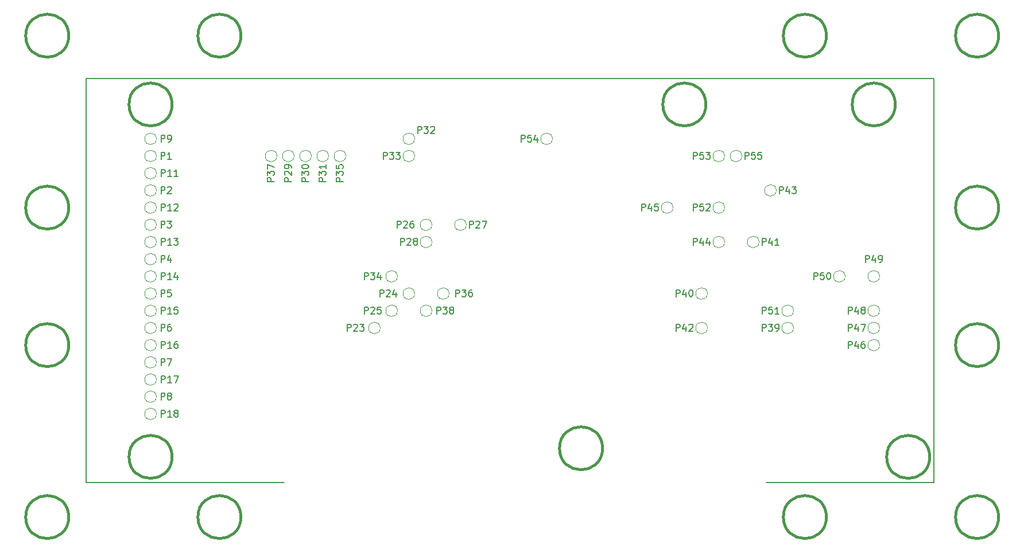
<source format=gto>
G04 #@! TF.FileFunction,Legend,Top*
%FSLAX46Y46*%
G04 Gerber Fmt 4.6, Leading zero omitted, Abs format (unit mm)*
G04 Created by KiCad (PCBNEW 4.0.2+e4-6225~38~ubuntu14.04.1-stable) date Sat Jul 23 15:42:03 2016*
%MOMM*%
G01*
G04 APERTURE LIST*
%ADD10C,0.150000*%
%ADD11C,0.381000*%
%ADD12C,0.076200*%
%ADD13C,3.797300*%
%ADD14C,1.524000*%
G04 APERTURE END LIST*
D10*
X184150000Y-88900000D02*
X159385000Y-88900000D01*
X59055000Y-88900000D02*
X88265000Y-88900000D01*
X59055000Y-88900000D02*
X59055000Y-29210000D01*
X184150000Y-29210000D02*
X184150000Y-88900000D01*
X59055000Y-29210000D02*
X184150000Y-29210000D01*
D11*
X193675000Y-22860000D02*
G75*
G03X193675000Y-22860000I-3175000J0D01*
G01*
X168275000Y-22860000D02*
G75*
G03X168275000Y-22860000I-3175000J0D01*
G01*
X81915000Y-22860000D02*
G75*
G03X81915000Y-22860000I-3175000J0D01*
G01*
X56515000Y-22860000D02*
G75*
G03X56515000Y-22860000I-3175000J0D01*
G01*
X56515000Y-93980000D02*
G75*
G03X56515000Y-93980000I-3175000J0D01*
G01*
X81915000Y-93980000D02*
G75*
G03X81915000Y-93980000I-3175000J0D01*
G01*
X193675000Y-93980000D02*
G75*
G03X193675000Y-93980000I-3175000J0D01*
G01*
X168275000Y-93980000D02*
G75*
G03X168275000Y-93980000I-3175000J0D01*
G01*
X56515000Y-68580000D02*
G75*
G03X56515000Y-68580000I-3175000J0D01*
G01*
X56515000Y-48260000D02*
G75*
G03X56515000Y-48260000I-3175000J0D01*
G01*
X193675000Y-48260000D02*
G75*
G03X193675000Y-48260000I-3175000J0D01*
G01*
X193675000Y-68580000D02*
G75*
G03X193675000Y-68580000I-3175000J0D01*
G01*
X183515000Y-85090000D02*
G75*
G03X183515000Y-85090000I-3175000J0D01*
G01*
X135255000Y-83820000D02*
G75*
G03X135255000Y-83820000I-3175000J0D01*
G01*
X178435000Y-33020000D02*
G75*
G03X178435000Y-33020000I-3175000J0D01*
G01*
X150495000Y-33020000D02*
G75*
G03X150495000Y-33020000I-3175000J0D01*
G01*
X71755000Y-33020000D02*
G75*
G03X71755000Y-33020000I-3175000J0D01*
G01*
X71755000Y-85090000D02*
G75*
G03X71755000Y-85090000I-3175000J0D01*
G01*
D12*
X69443600Y-38100000D02*
G75*
G03X69443600Y-38100000I-863600J0D01*
G01*
X69443600Y-78740000D02*
G75*
G03X69443600Y-78740000I-863600J0D01*
G01*
X69443600Y-73660000D02*
G75*
G03X69443600Y-73660000I-863600J0D01*
G01*
X69443600Y-68580000D02*
G75*
G03X69443600Y-68580000I-863600J0D01*
G01*
X69443600Y-40640000D02*
G75*
G03X69443600Y-40640000I-863600J0D01*
G01*
X69443600Y-45720000D02*
G75*
G03X69443600Y-45720000I-863600J0D01*
G01*
X69443600Y-50800000D02*
G75*
G03X69443600Y-50800000I-863600J0D01*
G01*
X69443600Y-55880000D02*
G75*
G03X69443600Y-55880000I-863600J0D01*
G01*
X69443600Y-60960000D02*
G75*
G03X69443600Y-60960000I-863600J0D01*
G01*
X69443600Y-66040000D02*
G75*
G03X69443600Y-66040000I-863600J0D01*
G01*
X69443600Y-58420000D02*
G75*
G03X69443600Y-58420000I-863600J0D01*
G01*
X69443600Y-53340000D02*
G75*
G03X69443600Y-53340000I-863600J0D01*
G01*
X69443600Y-48260000D02*
G75*
G03X69443600Y-48260000I-863600J0D01*
G01*
X69443600Y-43180000D02*
G75*
G03X69443600Y-43180000I-863600J0D01*
G01*
X69443600Y-63500000D02*
G75*
G03X69443600Y-63500000I-863600J0D01*
G01*
X69443600Y-76200000D02*
G75*
G03X69443600Y-76200000I-863600J0D01*
G01*
X69443600Y-71120000D02*
G75*
G03X69443600Y-71120000I-863600J0D01*
G01*
X87223600Y-40640000D02*
G75*
G03X87223600Y-40640000I-863600J0D01*
G01*
X97383600Y-40640000D02*
G75*
G03X97383600Y-40640000I-863600J0D01*
G01*
X105003600Y-58420000D02*
G75*
G03X105003600Y-58420000I-863600J0D01*
G01*
X107543600Y-40640000D02*
G75*
G03X107543600Y-40640000I-863600J0D01*
G01*
X107543600Y-38100000D02*
G75*
G03X107543600Y-38100000I-863600J0D01*
G01*
X94843600Y-40640000D02*
G75*
G03X94843600Y-40640000I-863600J0D01*
G01*
X92303600Y-40640000D02*
G75*
G03X92303600Y-40640000I-863600J0D01*
G01*
X110083600Y-53340000D02*
G75*
G03X110083600Y-53340000I-863600J0D01*
G01*
X115163600Y-50800000D02*
G75*
G03X115163600Y-50800000I-863600J0D01*
G01*
X110083600Y-50800000D02*
G75*
G03X110083600Y-50800000I-863600J0D01*
G01*
X105003600Y-63500000D02*
G75*
G03X105003600Y-63500000I-863600J0D01*
G01*
X107543600Y-60960000D02*
G75*
G03X107543600Y-60960000I-863600J0D01*
G01*
X102463600Y-66040000D02*
G75*
G03X102463600Y-66040000I-863600J0D01*
G01*
X145643600Y-48260000D02*
G75*
G03X145643600Y-48260000I-863600J0D01*
G01*
X153263600Y-53340000D02*
G75*
G03X153263600Y-53340000I-863600J0D01*
G01*
X160883600Y-45720000D02*
G75*
G03X160883600Y-45720000I-863600J0D01*
G01*
X150723600Y-66040000D02*
G75*
G03X150723600Y-66040000I-863600J0D01*
G01*
X158343600Y-53340000D02*
G75*
G03X158343600Y-53340000I-863600J0D01*
G01*
X150723600Y-60960000D02*
G75*
G03X150723600Y-60960000I-863600J0D01*
G01*
X163423600Y-66040000D02*
G75*
G03X163423600Y-66040000I-863600J0D01*
G01*
X112623600Y-60960000D02*
G75*
G03X112623600Y-60960000I-863600J0D01*
G01*
X155803600Y-40640000D02*
G75*
G03X155803600Y-40640000I-863600J0D01*
G01*
X127863600Y-38100000D02*
G75*
G03X127863600Y-38100000I-863600J0D01*
G01*
X153263600Y-40640000D02*
G75*
G03X153263600Y-40640000I-863600J0D01*
G01*
X153263600Y-48260000D02*
G75*
G03X153263600Y-48260000I-863600J0D01*
G01*
X163423600Y-63500000D02*
G75*
G03X163423600Y-63500000I-863600J0D01*
G01*
X89763600Y-40640000D02*
G75*
G03X89763600Y-40640000I-863600J0D01*
G01*
X176123600Y-58420000D02*
G75*
G03X176123600Y-58420000I-863600J0D01*
G01*
X176123600Y-63500000D02*
G75*
G03X176123600Y-63500000I-863600J0D01*
G01*
X176123600Y-66040000D02*
G75*
G03X176123600Y-66040000I-863600J0D01*
G01*
X176123600Y-68580000D02*
G75*
G03X176123600Y-68580000I-863600J0D01*
G01*
X110083600Y-63500000D02*
G75*
G03X110083600Y-63500000I-863600J0D01*
G01*
X171043600Y-58420000D02*
G75*
G03X171043600Y-58420000I-863600J0D01*
G01*
D10*
X70127905Y-38552381D02*
X70127905Y-37552381D01*
X70508858Y-37552381D01*
X70604096Y-37600000D01*
X70651715Y-37647619D01*
X70699334Y-37742857D01*
X70699334Y-37885714D01*
X70651715Y-37980952D01*
X70604096Y-38028571D01*
X70508858Y-38076190D01*
X70127905Y-38076190D01*
X71175524Y-38552381D02*
X71366000Y-38552381D01*
X71461239Y-38504762D01*
X71508858Y-38457143D01*
X71604096Y-38314286D01*
X71651715Y-38123810D01*
X71651715Y-37742857D01*
X71604096Y-37647619D01*
X71556477Y-37600000D01*
X71461239Y-37552381D01*
X71270762Y-37552381D01*
X71175524Y-37600000D01*
X71127905Y-37647619D01*
X71080286Y-37742857D01*
X71080286Y-37980952D01*
X71127905Y-38076190D01*
X71175524Y-38123810D01*
X71270762Y-38171429D01*
X71461239Y-38171429D01*
X71556477Y-38123810D01*
X71604096Y-38076190D01*
X71651715Y-37980952D01*
X70159714Y-79192381D02*
X70159714Y-78192381D01*
X70540667Y-78192381D01*
X70635905Y-78240000D01*
X70683524Y-78287619D01*
X70731143Y-78382857D01*
X70731143Y-78525714D01*
X70683524Y-78620952D01*
X70635905Y-78668571D01*
X70540667Y-78716190D01*
X70159714Y-78716190D01*
X71683524Y-79192381D02*
X71112095Y-79192381D01*
X71397809Y-79192381D02*
X71397809Y-78192381D01*
X71302571Y-78335238D01*
X71207333Y-78430476D01*
X71112095Y-78478095D01*
X72254952Y-78620952D02*
X72159714Y-78573333D01*
X72112095Y-78525714D01*
X72064476Y-78430476D01*
X72064476Y-78382857D01*
X72112095Y-78287619D01*
X72159714Y-78240000D01*
X72254952Y-78192381D01*
X72445429Y-78192381D01*
X72540667Y-78240000D01*
X72588286Y-78287619D01*
X72635905Y-78382857D01*
X72635905Y-78430476D01*
X72588286Y-78525714D01*
X72540667Y-78573333D01*
X72445429Y-78620952D01*
X72254952Y-78620952D01*
X72159714Y-78668571D01*
X72112095Y-78716190D01*
X72064476Y-78811429D01*
X72064476Y-79001905D01*
X72112095Y-79097143D01*
X72159714Y-79144762D01*
X72254952Y-79192381D01*
X72445429Y-79192381D01*
X72540667Y-79144762D01*
X72588286Y-79097143D01*
X72635905Y-79001905D01*
X72635905Y-78811429D01*
X72588286Y-78716190D01*
X72540667Y-78668571D01*
X72445429Y-78620952D01*
X70159714Y-74112381D02*
X70159714Y-73112381D01*
X70540667Y-73112381D01*
X70635905Y-73160000D01*
X70683524Y-73207619D01*
X70731143Y-73302857D01*
X70731143Y-73445714D01*
X70683524Y-73540952D01*
X70635905Y-73588571D01*
X70540667Y-73636190D01*
X70159714Y-73636190D01*
X71683524Y-74112381D02*
X71112095Y-74112381D01*
X71397809Y-74112381D02*
X71397809Y-73112381D01*
X71302571Y-73255238D01*
X71207333Y-73350476D01*
X71112095Y-73398095D01*
X72016857Y-73112381D02*
X72683524Y-73112381D01*
X72254952Y-74112381D01*
X70159714Y-69032381D02*
X70159714Y-68032381D01*
X70540667Y-68032381D01*
X70635905Y-68080000D01*
X70683524Y-68127619D01*
X70731143Y-68222857D01*
X70731143Y-68365714D01*
X70683524Y-68460952D01*
X70635905Y-68508571D01*
X70540667Y-68556190D01*
X70159714Y-68556190D01*
X71683524Y-69032381D02*
X71112095Y-69032381D01*
X71397809Y-69032381D02*
X71397809Y-68032381D01*
X71302571Y-68175238D01*
X71207333Y-68270476D01*
X71112095Y-68318095D01*
X72540667Y-68032381D02*
X72350190Y-68032381D01*
X72254952Y-68080000D01*
X72207333Y-68127619D01*
X72112095Y-68270476D01*
X72064476Y-68460952D01*
X72064476Y-68841905D01*
X72112095Y-68937143D01*
X72159714Y-68984762D01*
X72254952Y-69032381D01*
X72445429Y-69032381D01*
X72540667Y-68984762D01*
X72588286Y-68937143D01*
X72635905Y-68841905D01*
X72635905Y-68603810D01*
X72588286Y-68508571D01*
X72540667Y-68460952D01*
X72445429Y-68413333D01*
X72254952Y-68413333D01*
X72159714Y-68460952D01*
X72112095Y-68508571D01*
X72064476Y-68603810D01*
X70127905Y-41092381D02*
X70127905Y-40092381D01*
X70508858Y-40092381D01*
X70604096Y-40140000D01*
X70651715Y-40187619D01*
X70699334Y-40282857D01*
X70699334Y-40425714D01*
X70651715Y-40520952D01*
X70604096Y-40568571D01*
X70508858Y-40616190D01*
X70127905Y-40616190D01*
X71651715Y-41092381D02*
X71080286Y-41092381D01*
X71366000Y-41092381D02*
X71366000Y-40092381D01*
X71270762Y-40235238D01*
X71175524Y-40330476D01*
X71080286Y-40378095D01*
X70127905Y-46172381D02*
X70127905Y-45172381D01*
X70508858Y-45172381D01*
X70604096Y-45220000D01*
X70651715Y-45267619D01*
X70699334Y-45362857D01*
X70699334Y-45505714D01*
X70651715Y-45600952D01*
X70604096Y-45648571D01*
X70508858Y-45696190D01*
X70127905Y-45696190D01*
X71080286Y-45267619D02*
X71127905Y-45220000D01*
X71223143Y-45172381D01*
X71461239Y-45172381D01*
X71556477Y-45220000D01*
X71604096Y-45267619D01*
X71651715Y-45362857D01*
X71651715Y-45458095D01*
X71604096Y-45600952D01*
X71032667Y-46172381D01*
X71651715Y-46172381D01*
X70127905Y-51252381D02*
X70127905Y-50252381D01*
X70508858Y-50252381D01*
X70604096Y-50300000D01*
X70651715Y-50347619D01*
X70699334Y-50442857D01*
X70699334Y-50585714D01*
X70651715Y-50680952D01*
X70604096Y-50728571D01*
X70508858Y-50776190D01*
X70127905Y-50776190D01*
X71032667Y-50252381D02*
X71651715Y-50252381D01*
X71318381Y-50633333D01*
X71461239Y-50633333D01*
X71556477Y-50680952D01*
X71604096Y-50728571D01*
X71651715Y-50823810D01*
X71651715Y-51061905D01*
X71604096Y-51157143D01*
X71556477Y-51204762D01*
X71461239Y-51252381D01*
X71175524Y-51252381D01*
X71080286Y-51204762D01*
X71032667Y-51157143D01*
X70127905Y-56332381D02*
X70127905Y-55332381D01*
X70508858Y-55332381D01*
X70604096Y-55380000D01*
X70651715Y-55427619D01*
X70699334Y-55522857D01*
X70699334Y-55665714D01*
X70651715Y-55760952D01*
X70604096Y-55808571D01*
X70508858Y-55856190D01*
X70127905Y-55856190D01*
X71556477Y-55665714D02*
X71556477Y-56332381D01*
X71318381Y-55284762D02*
X71080286Y-55999048D01*
X71699334Y-55999048D01*
X70127905Y-61412381D02*
X70127905Y-60412381D01*
X70508858Y-60412381D01*
X70604096Y-60460000D01*
X70651715Y-60507619D01*
X70699334Y-60602857D01*
X70699334Y-60745714D01*
X70651715Y-60840952D01*
X70604096Y-60888571D01*
X70508858Y-60936190D01*
X70127905Y-60936190D01*
X71604096Y-60412381D02*
X71127905Y-60412381D01*
X71080286Y-60888571D01*
X71127905Y-60840952D01*
X71223143Y-60793333D01*
X71461239Y-60793333D01*
X71556477Y-60840952D01*
X71604096Y-60888571D01*
X71651715Y-60983810D01*
X71651715Y-61221905D01*
X71604096Y-61317143D01*
X71556477Y-61364762D01*
X71461239Y-61412381D01*
X71223143Y-61412381D01*
X71127905Y-61364762D01*
X71080286Y-61317143D01*
X70127905Y-66492381D02*
X70127905Y-65492381D01*
X70508858Y-65492381D01*
X70604096Y-65540000D01*
X70651715Y-65587619D01*
X70699334Y-65682857D01*
X70699334Y-65825714D01*
X70651715Y-65920952D01*
X70604096Y-65968571D01*
X70508858Y-66016190D01*
X70127905Y-66016190D01*
X71556477Y-65492381D02*
X71366000Y-65492381D01*
X71270762Y-65540000D01*
X71223143Y-65587619D01*
X71127905Y-65730476D01*
X71080286Y-65920952D01*
X71080286Y-66301905D01*
X71127905Y-66397143D01*
X71175524Y-66444762D01*
X71270762Y-66492381D01*
X71461239Y-66492381D01*
X71556477Y-66444762D01*
X71604096Y-66397143D01*
X71651715Y-66301905D01*
X71651715Y-66063810D01*
X71604096Y-65968571D01*
X71556477Y-65920952D01*
X71461239Y-65873333D01*
X71270762Y-65873333D01*
X71175524Y-65920952D01*
X71127905Y-65968571D01*
X71080286Y-66063810D01*
X70159714Y-58872381D02*
X70159714Y-57872381D01*
X70540667Y-57872381D01*
X70635905Y-57920000D01*
X70683524Y-57967619D01*
X70731143Y-58062857D01*
X70731143Y-58205714D01*
X70683524Y-58300952D01*
X70635905Y-58348571D01*
X70540667Y-58396190D01*
X70159714Y-58396190D01*
X71683524Y-58872381D02*
X71112095Y-58872381D01*
X71397809Y-58872381D02*
X71397809Y-57872381D01*
X71302571Y-58015238D01*
X71207333Y-58110476D01*
X71112095Y-58158095D01*
X72540667Y-58205714D02*
X72540667Y-58872381D01*
X72302571Y-57824762D02*
X72064476Y-58539048D01*
X72683524Y-58539048D01*
X70159714Y-53792381D02*
X70159714Y-52792381D01*
X70540667Y-52792381D01*
X70635905Y-52840000D01*
X70683524Y-52887619D01*
X70731143Y-52982857D01*
X70731143Y-53125714D01*
X70683524Y-53220952D01*
X70635905Y-53268571D01*
X70540667Y-53316190D01*
X70159714Y-53316190D01*
X71683524Y-53792381D02*
X71112095Y-53792381D01*
X71397809Y-53792381D02*
X71397809Y-52792381D01*
X71302571Y-52935238D01*
X71207333Y-53030476D01*
X71112095Y-53078095D01*
X72016857Y-52792381D02*
X72635905Y-52792381D01*
X72302571Y-53173333D01*
X72445429Y-53173333D01*
X72540667Y-53220952D01*
X72588286Y-53268571D01*
X72635905Y-53363810D01*
X72635905Y-53601905D01*
X72588286Y-53697143D01*
X72540667Y-53744762D01*
X72445429Y-53792381D01*
X72159714Y-53792381D01*
X72064476Y-53744762D01*
X72016857Y-53697143D01*
X70159714Y-48712381D02*
X70159714Y-47712381D01*
X70540667Y-47712381D01*
X70635905Y-47760000D01*
X70683524Y-47807619D01*
X70731143Y-47902857D01*
X70731143Y-48045714D01*
X70683524Y-48140952D01*
X70635905Y-48188571D01*
X70540667Y-48236190D01*
X70159714Y-48236190D01*
X71683524Y-48712381D02*
X71112095Y-48712381D01*
X71397809Y-48712381D02*
X71397809Y-47712381D01*
X71302571Y-47855238D01*
X71207333Y-47950476D01*
X71112095Y-47998095D01*
X72064476Y-47807619D02*
X72112095Y-47760000D01*
X72207333Y-47712381D01*
X72445429Y-47712381D01*
X72540667Y-47760000D01*
X72588286Y-47807619D01*
X72635905Y-47902857D01*
X72635905Y-47998095D01*
X72588286Y-48140952D01*
X72016857Y-48712381D01*
X72635905Y-48712381D01*
X70159714Y-43632381D02*
X70159714Y-42632381D01*
X70540667Y-42632381D01*
X70635905Y-42680000D01*
X70683524Y-42727619D01*
X70731143Y-42822857D01*
X70731143Y-42965714D01*
X70683524Y-43060952D01*
X70635905Y-43108571D01*
X70540667Y-43156190D01*
X70159714Y-43156190D01*
X71683524Y-43632381D02*
X71112095Y-43632381D01*
X71397809Y-43632381D02*
X71397809Y-42632381D01*
X71302571Y-42775238D01*
X71207333Y-42870476D01*
X71112095Y-42918095D01*
X72635905Y-43632381D02*
X72064476Y-43632381D01*
X72350190Y-43632381D02*
X72350190Y-42632381D01*
X72254952Y-42775238D01*
X72159714Y-42870476D01*
X72064476Y-42918095D01*
X70159714Y-63952381D02*
X70159714Y-62952381D01*
X70540667Y-62952381D01*
X70635905Y-63000000D01*
X70683524Y-63047619D01*
X70731143Y-63142857D01*
X70731143Y-63285714D01*
X70683524Y-63380952D01*
X70635905Y-63428571D01*
X70540667Y-63476190D01*
X70159714Y-63476190D01*
X71683524Y-63952381D02*
X71112095Y-63952381D01*
X71397809Y-63952381D02*
X71397809Y-62952381D01*
X71302571Y-63095238D01*
X71207333Y-63190476D01*
X71112095Y-63238095D01*
X72588286Y-62952381D02*
X72112095Y-62952381D01*
X72064476Y-63428571D01*
X72112095Y-63380952D01*
X72207333Y-63333333D01*
X72445429Y-63333333D01*
X72540667Y-63380952D01*
X72588286Y-63428571D01*
X72635905Y-63523810D01*
X72635905Y-63761905D01*
X72588286Y-63857143D01*
X72540667Y-63904762D01*
X72445429Y-63952381D01*
X72207333Y-63952381D01*
X72112095Y-63904762D01*
X72064476Y-63857143D01*
X70127905Y-76652381D02*
X70127905Y-75652381D01*
X70508858Y-75652381D01*
X70604096Y-75700000D01*
X70651715Y-75747619D01*
X70699334Y-75842857D01*
X70699334Y-75985714D01*
X70651715Y-76080952D01*
X70604096Y-76128571D01*
X70508858Y-76176190D01*
X70127905Y-76176190D01*
X71270762Y-76080952D02*
X71175524Y-76033333D01*
X71127905Y-75985714D01*
X71080286Y-75890476D01*
X71080286Y-75842857D01*
X71127905Y-75747619D01*
X71175524Y-75700000D01*
X71270762Y-75652381D01*
X71461239Y-75652381D01*
X71556477Y-75700000D01*
X71604096Y-75747619D01*
X71651715Y-75842857D01*
X71651715Y-75890476D01*
X71604096Y-75985714D01*
X71556477Y-76033333D01*
X71461239Y-76080952D01*
X71270762Y-76080952D01*
X71175524Y-76128571D01*
X71127905Y-76176190D01*
X71080286Y-76271429D01*
X71080286Y-76461905D01*
X71127905Y-76557143D01*
X71175524Y-76604762D01*
X71270762Y-76652381D01*
X71461239Y-76652381D01*
X71556477Y-76604762D01*
X71604096Y-76557143D01*
X71651715Y-76461905D01*
X71651715Y-76271429D01*
X71604096Y-76176190D01*
X71556477Y-76128571D01*
X71461239Y-76080952D01*
X70127905Y-71572381D02*
X70127905Y-70572381D01*
X70508858Y-70572381D01*
X70604096Y-70620000D01*
X70651715Y-70667619D01*
X70699334Y-70762857D01*
X70699334Y-70905714D01*
X70651715Y-71000952D01*
X70604096Y-71048571D01*
X70508858Y-71096190D01*
X70127905Y-71096190D01*
X71032667Y-70572381D02*
X71699334Y-70572381D01*
X71270762Y-71572381D01*
X86812381Y-44394286D02*
X85812381Y-44394286D01*
X85812381Y-44013333D01*
X85860000Y-43918095D01*
X85907619Y-43870476D01*
X86002857Y-43822857D01*
X86145714Y-43822857D01*
X86240952Y-43870476D01*
X86288571Y-43918095D01*
X86336190Y-44013333D01*
X86336190Y-44394286D01*
X85812381Y-43489524D02*
X85812381Y-42870476D01*
X86193333Y-43203810D01*
X86193333Y-43060952D01*
X86240952Y-42965714D01*
X86288571Y-42918095D01*
X86383810Y-42870476D01*
X86621905Y-42870476D01*
X86717143Y-42918095D01*
X86764762Y-42965714D01*
X86812381Y-43060952D01*
X86812381Y-43346667D01*
X86764762Y-43441905D01*
X86717143Y-43489524D01*
X85812381Y-42537143D02*
X85812381Y-41870476D01*
X86812381Y-42299048D01*
X96972381Y-44394286D02*
X95972381Y-44394286D01*
X95972381Y-44013333D01*
X96020000Y-43918095D01*
X96067619Y-43870476D01*
X96162857Y-43822857D01*
X96305714Y-43822857D01*
X96400952Y-43870476D01*
X96448571Y-43918095D01*
X96496190Y-44013333D01*
X96496190Y-44394286D01*
X95972381Y-43489524D02*
X95972381Y-42870476D01*
X96353333Y-43203810D01*
X96353333Y-43060952D01*
X96400952Y-42965714D01*
X96448571Y-42918095D01*
X96543810Y-42870476D01*
X96781905Y-42870476D01*
X96877143Y-42918095D01*
X96924762Y-42965714D01*
X96972381Y-43060952D01*
X96972381Y-43346667D01*
X96924762Y-43441905D01*
X96877143Y-43489524D01*
X95972381Y-41965714D02*
X95972381Y-42441905D01*
X96448571Y-42489524D01*
X96400952Y-42441905D01*
X96353333Y-42346667D01*
X96353333Y-42108571D01*
X96400952Y-42013333D01*
X96448571Y-41965714D01*
X96543810Y-41918095D01*
X96781905Y-41918095D01*
X96877143Y-41965714D01*
X96924762Y-42013333D01*
X96972381Y-42108571D01*
X96972381Y-42346667D01*
X96924762Y-42441905D01*
X96877143Y-42489524D01*
X100131714Y-58872381D02*
X100131714Y-57872381D01*
X100512667Y-57872381D01*
X100607905Y-57920000D01*
X100655524Y-57967619D01*
X100703143Y-58062857D01*
X100703143Y-58205714D01*
X100655524Y-58300952D01*
X100607905Y-58348571D01*
X100512667Y-58396190D01*
X100131714Y-58396190D01*
X101036476Y-57872381D02*
X101655524Y-57872381D01*
X101322190Y-58253333D01*
X101465048Y-58253333D01*
X101560286Y-58300952D01*
X101607905Y-58348571D01*
X101655524Y-58443810D01*
X101655524Y-58681905D01*
X101607905Y-58777143D01*
X101560286Y-58824762D01*
X101465048Y-58872381D01*
X101179333Y-58872381D01*
X101084095Y-58824762D01*
X101036476Y-58777143D01*
X102512667Y-58205714D02*
X102512667Y-58872381D01*
X102274571Y-57824762D02*
X102036476Y-58539048D01*
X102655524Y-58539048D01*
X102925714Y-41092381D02*
X102925714Y-40092381D01*
X103306667Y-40092381D01*
X103401905Y-40140000D01*
X103449524Y-40187619D01*
X103497143Y-40282857D01*
X103497143Y-40425714D01*
X103449524Y-40520952D01*
X103401905Y-40568571D01*
X103306667Y-40616190D01*
X102925714Y-40616190D01*
X103830476Y-40092381D02*
X104449524Y-40092381D01*
X104116190Y-40473333D01*
X104259048Y-40473333D01*
X104354286Y-40520952D01*
X104401905Y-40568571D01*
X104449524Y-40663810D01*
X104449524Y-40901905D01*
X104401905Y-40997143D01*
X104354286Y-41044762D01*
X104259048Y-41092381D01*
X103973333Y-41092381D01*
X103878095Y-41044762D01*
X103830476Y-40997143D01*
X104782857Y-40092381D02*
X105401905Y-40092381D01*
X105068571Y-40473333D01*
X105211429Y-40473333D01*
X105306667Y-40520952D01*
X105354286Y-40568571D01*
X105401905Y-40663810D01*
X105401905Y-40901905D01*
X105354286Y-40997143D01*
X105306667Y-41044762D01*
X105211429Y-41092381D01*
X104925714Y-41092381D01*
X104830476Y-41044762D01*
X104782857Y-40997143D01*
X108005714Y-37282381D02*
X108005714Y-36282381D01*
X108386667Y-36282381D01*
X108481905Y-36330000D01*
X108529524Y-36377619D01*
X108577143Y-36472857D01*
X108577143Y-36615714D01*
X108529524Y-36710952D01*
X108481905Y-36758571D01*
X108386667Y-36806190D01*
X108005714Y-36806190D01*
X108910476Y-36282381D02*
X109529524Y-36282381D01*
X109196190Y-36663333D01*
X109339048Y-36663333D01*
X109434286Y-36710952D01*
X109481905Y-36758571D01*
X109529524Y-36853810D01*
X109529524Y-37091905D01*
X109481905Y-37187143D01*
X109434286Y-37234762D01*
X109339048Y-37282381D01*
X109053333Y-37282381D01*
X108958095Y-37234762D01*
X108910476Y-37187143D01*
X109910476Y-36377619D02*
X109958095Y-36330000D01*
X110053333Y-36282381D01*
X110291429Y-36282381D01*
X110386667Y-36330000D01*
X110434286Y-36377619D01*
X110481905Y-36472857D01*
X110481905Y-36568095D01*
X110434286Y-36710952D01*
X109862857Y-37282381D01*
X110481905Y-37282381D01*
X94432381Y-44394286D02*
X93432381Y-44394286D01*
X93432381Y-44013333D01*
X93480000Y-43918095D01*
X93527619Y-43870476D01*
X93622857Y-43822857D01*
X93765714Y-43822857D01*
X93860952Y-43870476D01*
X93908571Y-43918095D01*
X93956190Y-44013333D01*
X93956190Y-44394286D01*
X93432381Y-43489524D02*
X93432381Y-42870476D01*
X93813333Y-43203810D01*
X93813333Y-43060952D01*
X93860952Y-42965714D01*
X93908571Y-42918095D01*
X94003810Y-42870476D01*
X94241905Y-42870476D01*
X94337143Y-42918095D01*
X94384762Y-42965714D01*
X94432381Y-43060952D01*
X94432381Y-43346667D01*
X94384762Y-43441905D01*
X94337143Y-43489524D01*
X94432381Y-41918095D02*
X94432381Y-42489524D01*
X94432381Y-42203810D02*
X93432381Y-42203810D01*
X93575238Y-42299048D01*
X93670476Y-42394286D01*
X93718095Y-42489524D01*
X91892381Y-44394286D02*
X90892381Y-44394286D01*
X90892381Y-44013333D01*
X90940000Y-43918095D01*
X90987619Y-43870476D01*
X91082857Y-43822857D01*
X91225714Y-43822857D01*
X91320952Y-43870476D01*
X91368571Y-43918095D01*
X91416190Y-44013333D01*
X91416190Y-44394286D01*
X90892381Y-43489524D02*
X90892381Y-42870476D01*
X91273333Y-43203810D01*
X91273333Y-43060952D01*
X91320952Y-42965714D01*
X91368571Y-42918095D01*
X91463810Y-42870476D01*
X91701905Y-42870476D01*
X91797143Y-42918095D01*
X91844762Y-42965714D01*
X91892381Y-43060952D01*
X91892381Y-43346667D01*
X91844762Y-43441905D01*
X91797143Y-43489524D01*
X90892381Y-42251429D02*
X90892381Y-42156190D01*
X90940000Y-42060952D01*
X90987619Y-42013333D01*
X91082857Y-41965714D01*
X91273333Y-41918095D01*
X91511429Y-41918095D01*
X91701905Y-41965714D01*
X91797143Y-42013333D01*
X91844762Y-42060952D01*
X91892381Y-42156190D01*
X91892381Y-42251429D01*
X91844762Y-42346667D01*
X91797143Y-42394286D01*
X91701905Y-42441905D01*
X91511429Y-42489524D01*
X91273333Y-42489524D01*
X91082857Y-42441905D01*
X90987619Y-42394286D01*
X90940000Y-42346667D01*
X90892381Y-42251429D01*
X105465714Y-53792381D02*
X105465714Y-52792381D01*
X105846667Y-52792381D01*
X105941905Y-52840000D01*
X105989524Y-52887619D01*
X106037143Y-52982857D01*
X106037143Y-53125714D01*
X105989524Y-53220952D01*
X105941905Y-53268571D01*
X105846667Y-53316190D01*
X105465714Y-53316190D01*
X106418095Y-52887619D02*
X106465714Y-52840000D01*
X106560952Y-52792381D01*
X106799048Y-52792381D01*
X106894286Y-52840000D01*
X106941905Y-52887619D01*
X106989524Y-52982857D01*
X106989524Y-53078095D01*
X106941905Y-53220952D01*
X106370476Y-53792381D01*
X106989524Y-53792381D01*
X107560952Y-53220952D02*
X107465714Y-53173333D01*
X107418095Y-53125714D01*
X107370476Y-53030476D01*
X107370476Y-52982857D01*
X107418095Y-52887619D01*
X107465714Y-52840000D01*
X107560952Y-52792381D01*
X107751429Y-52792381D01*
X107846667Y-52840000D01*
X107894286Y-52887619D01*
X107941905Y-52982857D01*
X107941905Y-53030476D01*
X107894286Y-53125714D01*
X107846667Y-53173333D01*
X107751429Y-53220952D01*
X107560952Y-53220952D01*
X107465714Y-53268571D01*
X107418095Y-53316190D01*
X107370476Y-53411429D01*
X107370476Y-53601905D01*
X107418095Y-53697143D01*
X107465714Y-53744762D01*
X107560952Y-53792381D01*
X107751429Y-53792381D01*
X107846667Y-53744762D01*
X107894286Y-53697143D01*
X107941905Y-53601905D01*
X107941905Y-53411429D01*
X107894286Y-53316190D01*
X107846667Y-53268571D01*
X107751429Y-53220952D01*
X115625714Y-51252381D02*
X115625714Y-50252381D01*
X116006667Y-50252381D01*
X116101905Y-50300000D01*
X116149524Y-50347619D01*
X116197143Y-50442857D01*
X116197143Y-50585714D01*
X116149524Y-50680952D01*
X116101905Y-50728571D01*
X116006667Y-50776190D01*
X115625714Y-50776190D01*
X116578095Y-50347619D02*
X116625714Y-50300000D01*
X116720952Y-50252381D01*
X116959048Y-50252381D01*
X117054286Y-50300000D01*
X117101905Y-50347619D01*
X117149524Y-50442857D01*
X117149524Y-50538095D01*
X117101905Y-50680952D01*
X116530476Y-51252381D01*
X117149524Y-51252381D01*
X117482857Y-50252381D02*
X118149524Y-50252381D01*
X117720952Y-51252381D01*
X104957714Y-51252381D02*
X104957714Y-50252381D01*
X105338667Y-50252381D01*
X105433905Y-50300000D01*
X105481524Y-50347619D01*
X105529143Y-50442857D01*
X105529143Y-50585714D01*
X105481524Y-50680952D01*
X105433905Y-50728571D01*
X105338667Y-50776190D01*
X104957714Y-50776190D01*
X105910095Y-50347619D02*
X105957714Y-50300000D01*
X106052952Y-50252381D01*
X106291048Y-50252381D01*
X106386286Y-50300000D01*
X106433905Y-50347619D01*
X106481524Y-50442857D01*
X106481524Y-50538095D01*
X106433905Y-50680952D01*
X105862476Y-51252381D01*
X106481524Y-51252381D01*
X107338667Y-50252381D02*
X107148190Y-50252381D01*
X107052952Y-50300000D01*
X107005333Y-50347619D01*
X106910095Y-50490476D01*
X106862476Y-50680952D01*
X106862476Y-51061905D01*
X106910095Y-51157143D01*
X106957714Y-51204762D01*
X107052952Y-51252381D01*
X107243429Y-51252381D01*
X107338667Y-51204762D01*
X107386286Y-51157143D01*
X107433905Y-51061905D01*
X107433905Y-50823810D01*
X107386286Y-50728571D01*
X107338667Y-50680952D01*
X107243429Y-50633333D01*
X107052952Y-50633333D01*
X106957714Y-50680952D01*
X106910095Y-50728571D01*
X106862476Y-50823810D01*
X100131714Y-63952381D02*
X100131714Y-62952381D01*
X100512667Y-62952381D01*
X100607905Y-63000000D01*
X100655524Y-63047619D01*
X100703143Y-63142857D01*
X100703143Y-63285714D01*
X100655524Y-63380952D01*
X100607905Y-63428571D01*
X100512667Y-63476190D01*
X100131714Y-63476190D01*
X101084095Y-63047619D02*
X101131714Y-63000000D01*
X101226952Y-62952381D01*
X101465048Y-62952381D01*
X101560286Y-63000000D01*
X101607905Y-63047619D01*
X101655524Y-63142857D01*
X101655524Y-63238095D01*
X101607905Y-63380952D01*
X101036476Y-63952381D01*
X101655524Y-63952381D01*
X102560286Y-62952381D02*
X102084095Y-62952381D01*
X102036476Y-63428571D01*
X102084095Y-63380952D01*
X102179333Y-63333333D01*
X102417429Y-63333333D01*
X102512667Y-63380952D01*
X102560286Y-63428571D01*
X102607905Y-63523810D01*
X102607905Y-63761905D01*
X102560286Y-63857143D01*
X102512667Y-63904762D01*
X102417429Y-63952381D01*
X102179333Y-63952381D01*
X102084095Y-63904762D01*
X102036476Y-63857143D01*
X102417714Y-61412381D02*
X102417714Y-60412381D01*
X102798667Y-60412381D01*
X102893905Y-60460000D01*
X102941524Y-60507619D01*
X102989143Y-60602857D01*
X102989143Y-60745714D01*
X102941524Y-60840952D01*
X102893905Y-60888571D01*
X102798667Y-60936190D01*
X102417714Y-60936190D01*
X103370095Y-60507619D02*
X103417714Y-60460000D01*
X103512952Y-60412381D01*
X103751048Y-60412381D01*
X103846286Y-60460000D01*
X103893905Y-60507619D01*
X103941524Y-60602857D01*
X103941524Y-60698095D01*
X103893905Y-60840952D01*
X103322476Y-61412381D01*
X103941524Y-61412381D01*
X104798667Y-60745714D02*
X104798667Y-61412381D01*
X104560571Y-60364762D02*
X104322476Y-61079048D01*
X104941524Y-61079048D01*
X97591714Y-66492381D02*
X97591714Y-65492381D01*
X97972667Y-65492381D01*
X98067905Y-65540000D01*
X98115524Y-65587619D01*
X98163143Y-65682857D01*
X98163143Y-65825714D01*
X98115524Y-65920952D01*
X98067905Y-65968571D01*
X97972667Y-66016190D01*
X97591714Y-66016190D01*
X98544095Y-65587619D02*
X98591714Y-65540000D01*
X98686952Y-65492381D01*
X98925048Y-65492381D01*
X99020286Y-65540000D01*
X99067905Y-65587619D01*
X99115524Y-65682857D01*
X99115524Y-65778095D01*
X99067905Y-65920952D01*
X98496476Y-66492381D01*
X99115524Y-66492381D01*
X99448857Y-65492381D02*
X100067905Y-65492381D01*
X99734571Y-65873333D01*
X99877429Y-65873333D01*
X99972667Y-65920952D01*
X100020286Y-65968571D01*
X100067905Y-66063810D01*
X100067905Y-66301905D01*
X100020286Y-66397143D01*
X99972667Y-66444762D01*
X99877429Y-66492381D01*
X99591714Y-66492381D01*
X99496476Y-66444762D01*
X99448857Y-66397143D01*
X141025714Y-48712381D02*
X141025714Y-47712381D01*
X141406667Y-47712381D01*
X141501905Y-47760000D01*
X141549524Y-47807619D01*
X141597143Y-47902857D01*
X141597143Y-48045714D01*
X141549524Y-48140952D01*
X141501905Y-48188571D01*
X141406667Y-48236190D01*
X141025714Y-48236190D01*
X142454286Y-48045714D02*
X142454286Y-48712381D01*
X142216190Y-47664762D02*
X141978095Y-48379048D01*
X142597143Y-48379048D01*
X143454286Y-47712381D02*
X142978095Y-47712381D01*
X142930476Y-48188571D01*
X142978095Y-48140952D01*
X143073333Y-48093333D01*
X143311429Y-48093333D01*
X143406667Y-48140952D01*
X143454286Y-48188571D01*
X143501905Y-48283810D01*
X143501905Y-48521905D01*
X143454286Y-48617143D01*
X143406667Y-48664762D01*
X143311429Y-48712381D01*
X143073333Y-48712381D01*
X142978095Y-48664762D01*
X142930476Y-48617143D01*
X148645714Y-53792381D02*
X148645714Y-52792381D01*
X149026667Y-52792381D01*
X149121905Y-52840000D01*
X149169524Y-52887619D01*
X149217143Y-52982857D01*
X149217143Y-53125714D01*
X149169524Y-53220952D01*
X149121905Y-53268571D01*
X149026667Y-53316190D01*
X148645714Y-53316190D01*
X150074286Y-53125714D02*
X150074286Y-53792381D01*
X149836190Y-52744762D02*
X149598095Y-53459048D01*
X150217143Y-53459048D01*
X151026667Y-53125714D02*
X151026667Y-53792381D01*
X150788571Y-52744762D02*
X150550476Y-53459048D01*
X151169524Y-53459048D01*
X161345714Y-46172381D02*
X161345714Y-45172381D01*
X161726667Y-45172381D01*
X161821905Y-45220000D01*
X161869524Y-45267619D01*
X161917143Y-45362857D01*
X161917143Y-45505714D01*
X161869524Y-45600952D01*
X161821905Y-45648571D01*
X161726667Y-45696190D01*
X161345714Y-45696190D01*
X162774286Y-45505714D02*
X162774286Y-46172381D01*
X162536190Y-45124762D02*
X162298095Y-45839048D01*
X162917143Y-45839048D01*
X163202857Y-45172381D02*
X163821905Y-45172381D01*
X163488571Y-45553333D01*
X163631429Y-45553333D01*
X163726667Y-45600952D01*
X163774286Y-45648571D01*
X163821905Y-45743810D01*
X163821905Y-45981905D01*
X163774286Y-46077143D01*
X163726667Y-46124762D01*
X163631429Y-46172381D01*
X163345714Y-46172381D01*
X163250476Y-46124762D01*
X163202857Y-46077143D01*
X146105714Y-66492381D02*
X146105714Y-65492381D01*
X146486667Y-65492381D01*
X146581905Y-65540000D01*
X146629524Y-65587619D01*
X146677143Y-65682857D01*
X146677143Y-65825714D01*
X146629524Y-65920952D01*
X146581905Y-65968571D01*
X146486667Y-66016190D01*
X146105714Y-66016190D01*
X147534286Y-65825714D02*
X147534286Y-66492381D01*
X147296190Y-65444762D02*
X147058095Y-66159048D01*
X147677143Y-66159048D01*
X148010476Y-65587619D02*
X148058095Y-65540000D01*
X148153333Y-65492381D01*
X148391429Y-65492381D01*
X148486667Y-65540000D01*
X148534286Y-65587619D01*
X148581905Y-65682857D01*
X148581905Y-65778095D01*
X148534286Y-65920952D01*
X147962857Y-66492381D01*
X148581905Y-66492381D01*
X158805714Y-53792381D02*
X158805714Y-52792381D01*
X159186667Y-52792381D01*
X159281905Y-52840000D01*
X159329524Y-52887619D01*
X159377143Y-52982857D01*
X159377143Y-53125714D01*
X159329524Y-53220952D01*
X159281905Y-53268571D01*
X159186667Y-53316190D01*
X158805714Y-53316190D01*
X160234286Y-53125714D02*
X160234286Y-53792381D01*
X159996190Y-52744762D02*
X159758095Y-53459048D01*
X160377143Y-53459048D01*
X161281905Y-53792381D02*
X160710476Y-53792381D01*
X160996190Y-53792381D02*
X160996190Y-52792381D01*
X160900952Y-52935238D01*
X160805714Y-53030476D01*
X160710476Y-53078095D01*
X146105714Y-61412381D02*
X146105714Y-60412381D01*
X146486667Y-60412381D01*
X146581905Y-60460000D01*
X146629524Y-60507619D01*
X146677143Y-60602857D01*
X146677143Y-60745714D01*
X146629524Y-60840952D01*
X146581905Y-60888571D01*
X146486667Y-60936190D01*
X146105714Y-60936190D01*
X147534286Y-60745714D02*
X147534286Y-61412381D01*
X147296190Y-60364762D02*
X147058095Y-61079048D01*
X147677143Y-61079048D01*
X148248571Y-60412381D02*
X148343810Y-60412381D01*
X148439048Y-60460000D01*
X148486667Y-60507619D01*
X148534286Y-60602857D01*
X148581905Y-60793333D01*
X148581905Y-61031429D01*
X148534286Y-61221905D01*
X148486667Y-61317143D01*
X148439048Y-61364762D01*
X148343810Y-61412381D01*
X148248571Y-61412381D01*
X148153333Y-61364762D01*
X148105714Y-61317143D01*
X148058095Y-61221905D01*
X148010476Y-61031429D01*
X148010476Y-60793333D01*
X148058095Y-60602857D01*
X148105714Y-60507619D01*
X148153333Y-60460000D01*
X148248571Y-60412381D01*
X158805714Y-66492381D02*
X158805714Y-65492381D01*
X159186667Y-65492381D01*
X159281905Y-65540000D01*
X159329524Y-65587619D01*
X159377143Y-65682857D01*
X159377143Y-65825714D01*
X159329524Y-65920952D01*
X159281905Y-65968571D01*
X159186667Y-66016190D01*
X158805714Y-66016190D01*
X159710476Y-65492381D02*
X160329524Y-65492381D01*
X159996190Y-65873333D01*
X160139048Y-65873333D01*
X160234286Y-65920952D01*
X160281905Y-65968571D01*
X160329524Y-66063810D01*
X160329524Y-66301905D01*
X160281905Y-66397143D01*
X160234286Y-66444762D01*
X160139048Y-66492381D01*
X159853333Y-66492381D01*
X159758095Y-66444762D01*
X159710476Y-66397143D01*
X160805714Y-66492381D02*
X160996190Y-66492381D01*
X161091429Y-66444762D01*
X161139048Y-66397143D01*
X161234286Y-66254286D01*
X161281905Y-66063810D01*
X161281905Y-65682857D01*
X161234286Y-65587619D01*
X161186667Y-65540000D01*
X161091429Y-65492381D01*
X160900952Y-65492381D01*
X160805714Y-65540000D01*
X160758095Y-65587619D01*
X160710476Y-65682857D01*
X160710476Y-65920952D01*
X160758095Y-66016190D01*
X160805714Y-66063810D01*
X160900952Y-66111429D01*
X161091429Y-66111429D01*
X161186667Y-66063810D01*
X161234286Y-66016190D01*
X161281905Y-65920952D01*
X113593714Y-61412381D02*
X113593714Y-60412381D01*
X113974667Y-60412381D01*
X114069905Y-60460000D01*
X114117524Y-60507619D01*
X114165143Y-60602857D01*
X114165143Y-60745714D01*
X114117524Y-60840952D01*
X114069905Y-60888571D01*
X113974667Y-60936190D01*
X113593714Y-60936190D01*
X114498476Y-60412381D02*
X115117524Y-60412381D01*
X114784190Y-60793333D01*
X114927048Y-60793333D01*
X115022286Y-60840952D01*
X115069905Y-60888571D01*
X115117524Y-60983810D01*
X115117524Y-61221905D01*
X115069905Y-61317143D01*
X115022286Y-61364762D01*
X114927048Y-61412381D01*
X114641333Y-61412381D01*
X114546095Y-61364762D01*
X114498476Y-61317143D01*
X115974667Y-60412381D02*
X115784190Y-60412381D01*
X115688952Y-60460000D01*
X115641333Y-60507619D01*
X115546095Y-60650476D01*
X115498476Y-60840952D01*
X115498476Y-61221905D01*
X115546095Y-61317143D01*
X115593714Y-61364762D01*
X115688952Y-61412381D01*
X115879429Y-61412381D01*
X115974667Y-61364762D01*
X116022286Y-61317143D01*
X116069905Y-61221905D01*
X116069905Y-60983810D01*
X116022286Y-60888571D01*
X115974667Y-60840952D01*
X115879429Y-60793333D01*
X115688952Y-60793333D01*
X115593714Y-60840952D01*
X115546095Y-60888571D01*
X115498476Y-60983810D01*
X156265714Y-41092381D02*
X156265714Y-40092381D01*
X156646667Y-40092381D01*
X156741905Y-40140000D01*
X156789524Y-40187619D01*
X156837143Y-40282857D01*
X156837143Y-40425714D01*
X156789524Y-40520952D01*
X156741905Y-40568571D01*
X156646667Y-40616190D01*
X156265714Y-40616190D01*
X157741905Y-40092381D02*
X157265714Y-40092381D01*
X157218095Y-40568571D01*
X157265714Y-40520952D01*
X157360952Y-40473333D01*
X157599048Y-40473333D01*
X157694286Y-40520952D01*
X157741905Y-40568571D01*
X157789524Y-40663810D01*
X157789524Y-40901905D01*
X157741905Y-40997143D01*
X157694286Y-41044762D01*
X157599048Y-41092381D01*
X157360952Y-41092381D01*
X157265714Y-41044762D01*
X157218095Y-40997143D01*
X158694286Y-40092381D02*
X158218095Y-40092381D01*
X158170476Y-40568571D01*
X158218095Y-40520952D01*
X158313333Y-40473333D01*
X158551429Y-40473333D01*
X158646667Y-40520952D01*
X158694286Y-40568571D01*
X158741905Y-40663810D01*
X158741905Y-40901905D01*
X158694286Y-40997143D01*
X158646667Y-41044762D01*
X158551429Y-41092381D01*
X158313333Y-41092381D01*
X158218095Y-41044762D01*
X158170476Y-40997143D01*
X123245714Y-38552381D02*
X123245714Y-37552381D01*
X123626667Y-37552381D01*
X123721905Y-37600000D01*
X123769524Y-37647619D01*
X123817143Y-37742857D01*
X123817143Y-37885714D01*
X123769524Y-37980952D01*
X123721905Y-38028571D01*
X123626667Y-38076190D01*
X123245714Y-38076190D01*
X124721905Y-37552381D02*
X124245714Y-37552381D01*
X124198095Y-38028571D01*
X124245714Y-37980952D01*
X124340952Y-37933333D01*
X124579048Y-37933333D01*
X124674286Y-37980952D01*
X124721905Y-38028571D01*
X124769524Y-38123810D01*
X124769524Y-38361905D01*
X124721905Y-38457143D01*
X124674286Y-38504762D01*
X124579048Y-38552381D01*
X124340952Y-38552381D01*
X124245714Y-38504762D01*
X124198095Y-38457143D01*
X125626667Y-37885714D02*
X125626667Y-38552381D01*
X125388571Y-37504762D02*
X125150476Y-38219048D01*
X125769524Y-38219048D01*
X148645714Y-41092381D02*
X148645714Y-40092381D01*
X149026667Y-40092381D01*
X149121905Y-40140000D01*
X149169524Y-40187619D01*
X149217143Y-40282857D01*
X149217143Y-40425714D01*
X149169524Y-40520952D01*
X149121905Y-40568571D01*
X149026667Y-40616190D01*
X148645714Y-40616190D01*
X150121905Y-40092381D02*
X149645714Y-40092381D01*
X149598095Y-40568571D01*
X149645714Y-40520952D01*
X149740952Y-40473333D01*
X149979048Y-40473333D01*
X150074286Y-40520952D01*
X150121905Y-40568571D01*
X150169524Y-40663810D01*
X150169524Y-40901905D01*
X150121905Y-40997143D01*
X150074286Y-41044762D01*
X149979048Y-41092381D01*
X149740952Y-41092381D01*
X149645714Y-41044762D01*
X149598095Y-40997143D01*
X150502857Y-40092381D02*
X151121905Y-40092381D01*
X150788571Y-40473333D01*
X150931429Y-40473333D01*
X151026667Y-40520952D01*
X151074286Y-40568571D01*
X151121905Y-40663810D01*
X151121905Y-40901905D01*
X151074286Y-40997143D01*
X151026667Y-41044762D01*
X150931429Y-41092381D01*
X150645714Y-41092381D01*
X150550476Y-41044762D01*
X150502857Y-40997143D01*
X148645714Y-48712381D02*
X148645714Y-47712381D01*
X149026667Y-47712381D01*
X149121905Y-47760000D01*
X149169524Y-47807619D01*
X149217143Y-47902857D01*
X149217143Y-48045714D01*
X149169524Y-48140952D01*
X149121905Y-48188571D01*
X149026667Y-48236190D01*
X148645714Y-48236190D01*
X150121905Y-47712381D02*
X149645714Y-47712381D01*
X149598095Y-48188571D01*
X149645714Y-48140952D01*
X149740952Y-48093333D01*
X149979048Y-48093333D01*
X150074286Y-48140952D01*
X150121905Y-48188571D01*
X150169524Y-48283810D01*
X150169524Y-48521905D01*
X150121905Y-48617143D01*
X150074286Y-48664762D01*
X149979048Y-48712381D01*
X149740952Y-48712381D01*
X149645714Y-48664762D01*
X149598095Y-48617143D01*
X150550476Y-47807619D02*
X150598095Y-47760000D01*
X150693333Y-47712381D01*
X150931429Y-47712381D01*
X151026667Y-47760000D01*
X151074286Y-47807619D01*
X151121905Y-47902857D01*
X151121905Y-47998095D01*
X151074286Y-48140952D01*
X150502857Y-48712381D01*
X151121905Y-48712381D01*
X158805714Y-63952381D02*
X158805714Y-62952381D01*
X159186667Y-62952381D01*
X159281905Y-63000000D01*
X159329524Y-63047619D01*
X159377143Y-63142857D01*
X159377143Y-63285714D01*
X159329524Y-63380952D01*
X159281905Y-63428571D01*
X159186667Y-63476190D01*
X158805714Y-63476190D01*
X160281905Y-62952381D02*
X159805714Y-62952381D01*
X159758095Y-63428571D01*
X159805714Y-63380952D01*
X159900952Y-63333333D01*
X160139048Y-63333333D01*
X160234286Y-63380952D01*
X160281905Y-63428571D01*
X160329524Y-63523810D01*
X160329524Y-63761905D01*
X160281905Y-63857143D01*
X160234286Y-63904762D01*
X160139048Y-63952381D01*
X159900952Y-63952381D01*
X159805714Y-63904762D01*
X159758095Y-63857143D01*
X161281905Y-63952381D02*
X160710476Y-63952381D01*
X160996190Y-63952381D02*
X160996190Y-62952381D01*
X160900952Y-63095238D01*
X160805714Y-63190476D01*
X160710476Y-63238095D01*
X89352381Y-44394286D02*
X88352381Y-44394286D01*
X88352381Y-44013333D01*
X88400000Y-43918095D01*
X88447619Y-43870476D01*
X88542857Y-43822857D01*
X88685714Y-43822857D01*
X88780952Y-43870476D01*
X88828571Y-43918095D01*
X88876190Y-44013333D01*
X88876190Y-44394286D01*
X88447619Y-43441905D02*
X88400000Y-43394286D01*
X88352381Y-43299048D01*
X88352381Y-43060952D01*
X88400000Y-42965714D01*
X88447619Y-42918095D01*
X88542857Y-42870476D01*
X88638095Y-42870476D01*
X88780952Y-42918095D01*
X89352381Y-43489524D01*
X89352381Y-42870476D01*
X89352381Y-42394286D02*
X89352381Y-42203810D01*
X89304762Y-42108571D01*
X89257143Y-42060952D01*
X89114286Y-41965714D01*
X88923810Y-41918095D01*
X88542857Y-41918095D01*
X88447619Y-41965714D01*
X88400000Y-42013333D01*
X88352381Y-42108571D01*
X88352381Y-42299048D01*
X88400000Y-42394286D01*
X88447619Y-42441905D01*
X88542857Y-42489524D01*
X88780952Y-42489524D01*
X88876190Y-42441905D01*
X88923810Y-42394286D01*
X88971429Y-42299048D01*
X88971429Y-42108571D01*
X88923810Y-42013333D01*
X88876190Y-41965714D01*
X88780952Y-41918095D01*
X174045714Y-56332381D02*
X174045714Y-55332381D01*
X174426667Y-55332381D01*
X174521905Y-55380000D01*
X174569524Y-55427619D01*
X174617143Y-55522857D01*
X174617143Y-55665714D01*
X174569524Y-55760952D01*
X174521905Y-55808571D01*
X174426667Y-55856190D01*
X174045714Y-55856190D01*
X175474286Y-55665714D02*
X175474286Y-56332381D01*
X175236190Y-55284762D02*
X174998095Y-55999048D01*
X175617143Y-55999048D01*
X176045714Y-56332381D02*
X176236190Y-56332381D01*
X176331429Y-56284762D01*
X176379048Y-56237143D01*
X176474286Y-56094286D01*
X176521905Y-55903810D01*
X176521905Y-55522857D01*
X176474286Y-55427619D01*
X176426667Y-55380000D01*
X176331429Y-55332381D01*
X176140952Y-55332381D01*
X176045714Y-55380000D01*
X175998095Y-55427619D01*
X175950476Y-55522857D01*
X175950476Y-55760952D01*
X175998095Y-55856190D01*
X176045714Y-55903810D01*
X176140952Y-55951429D01*
X176331429Y-55951429D01*
X176426667Y-55903810D01*
X176474286Y-55856190D01*
X176521905Y-55760952D01*
X171505714Y-63952381D02*
X171505714Y-62952381D01*
X171886667Y-62952381D01*
X171981905Y-63000000D01*
X172029524Y-63047619D01*
X172077143Y-63142857D01*
X172077143Y-63285714D01*
X172029524Y-63380952D01*
X171981905Y-63428571D01*
X171886667Y-63476190D01*
X171505714Y-63476190D01*
X172934286Y-63285714D02*
X172934286Y-63952381D01*
X172696190Y-62904762D02*
X172458095Y-63619048D01*
X173077143Y-63619048D01*
X173600952Y-63380952D02*
X173505714Y-63333333D01*
X173458095Y-63285714D01*
X173410476Y-63190476D01*
X173410476Y-63142857D01*
X173458095Y-63047619D01*
X173505714Y-63000000D01*
X173600952Y-62952381D01*
X173791429Y-62952381D01*
X173886667Y-63000000D01*
X173934286Y-63047619D01*
X173981905Y-63142857D01*
X173981905Y-63190476D01*
X173934286Y-63285714D01*
X173886667Y-63333333D01*
X173791429Y-63380952D01*
X173600952Y-63380952D01*
X173505714Y-63428571D01*
X173458095Y-63476190D01*
X173410476Y-63571429D01*
X173410476Y-63761905D01*
X173458095Y-63857143D01*
X173505714Y-63904762D01*
X173600952Y-63952381D01*
X173791429Y-63952381D01*
X173886667Y-63904762D01*
X173934286Y-63857143D01*
X173981905Y-63761905D01*
X173981905Y-63571429D01*
X173934286Y-63476190D01*
X173886667Y-63428571D01*
X173791429Y-63380952D01*
X171505714Y-66492381D02*
X171505714Y-65492381D01*
X171886667Y-65492381D01*
X171981905Y-65540000D01*
X172029524Y-65587619D01*
X172077143Y-65682857D01*
X172077143Y-65825714D01*
X172029524Y-65920952D01*
X171981905Y-65968571D01*
X171886667Y-66016190D01*
X171505714Y-66016190D01*
X172934286Y-65825714D02*
X172934286Y-66492381D01*
X172696190Y-65444762D02*
X172458095Y-66159048D01*
X173077143Y-66159048D01*
X173362857Y-65492381D02*
X174029524Y-65492381D01*
X173600952Y-66492381D01*
X171505714Y-69032381D02*
X171505714Y-68032381D01*
X171886667Y-68032381D01*
X171981905Y-68080000D01*
X172029524Y-68127619D01*
X172077143Y-68222857D01*
X172077143Y-68365714D01*
X172029524Y-68460952D01*
X171981905Y-68508571D01*
X171886667Y-68556190D01*
X171505714Y-68556190D01*
X172934286Y-68365714D02*
X172934286Y-69032381D01*
X172696190Y-67984762D02*
X172458095Y-68699048D01*
X173077143Y-68699048D01*
X173886667Y-68032381D02*
X173696190Y-68032381D01*
X173600952Y-68080000D01*
X173553333Y-68127619D01*
X173458095Y-68270476D01*
X173410476Y-68460952D01*
X173410476Y-68841905D01*
X173458095Y-68937143D01*
X173505714Y-68984762D01*
X173600952Y-69032381D01*
X173791429Y-69032381D01*
X173886667Y-68984762D01*
X173934286Y-68937143D01*
X173981905Y-68841905D01*
X173981905Y-68603810D01*
X173934286Y-68508571D01*
X173886667Y-68460952D01*
X173791429Y-68413333D01*
X173600952Y-68413333D01*
X173505714Y-68460952D01*
X173458095Y-68508571D01*
X173410476Y-68603810D01*
X110799714Y-63952381D02*
X110799714Y-62952381D01*
X111180667Y-62952381D01*
X111275905Y-63000000D01*
X111323524Y-63047619D01*
X111371143Y-63142857D01*
X111371143Y-63285714D01*
X111323524Y-63380952D01*
X111275905Y-63428571D01*
X111180667Y-63476190D01*
X110799714Y-63476190D01*
X111704476Y-62952381D02*
X112323524Y-62952381D01*
X111990190Y-63333333D01*
X112133048Y-63333333D01*
X112228286Y-63380952D01*
X112275905Y-63428571D01*
X112323524Y-63523810D01*
X112323524Y-63761905D01*
X112275905Y-63857143D01*
X112228286Y-63904762D01*
X112133048Y-63952381D01*
X111847333Y-63952381D01*
X111752095Y-63904762D01*
X111704476Y-63857143D01*
X112894952Y-63380952D02*
X112799714Y-63333333D01*
X112752095Y-63285714D01*
X112704476Y-63190476D01*
X112704476Y-63142857D01*
X112752095Y-63047619D01*
X112799714Y-63000000D01*
X112894952Y-62952381D01*
X113085429Y-62952381D01*
X113180667Y-63000000D01*
X113228286Y-63047619D01*
X113275905Y-63142857D01*
X113275905Y-63190476D01*
X113228286Y-63285714D01*
X113180667Y-63333333D01*
X113085429Y-63380952D01*
X112894952Y-63380952D01*
X112799714Y-63428571D01*
X112752095Y-63476190D01*
X112704476Y-63571429D01*
X112704476Y-63761905D01*
X112752095Y-63857143D01*
X112799714Y-63904762D01*
X112894952Y-63952381D01*
X113085429Y-63952381D01*
X113180667Y-63904762D01*
X113228286Y-63857143D01*
X113275905Y-63761905D01*
X113275905Y-63571429D01*
X113228286Y-63476190D01*
X113180667Y-63428571D01*
X113085429Y-63380952D01*
X166425714Y-58872381D02*
X166425714Y-57872381D01*
X166806667Y-57872381D01*
X166901905Y-57920000D01*
X166949524Y-57967619D01*
X166997143Y-58062857D01*
X166997143Y-58205714D01*
X166949524Y-58300952D01*
X166901905Y-58348571D01*
X166806667Y-58396190D01*
X166425714Y-58396190D01*
X167901905Y-57872381D02*
X167425714Y-57872381D01*
X167378095Y-58348571D01*
X167425714Y-58300952D01*
X167520952Y-58253333D01*
X167759048Y-58253333D01*
X167854286Y-58300952D01*
X167901905Y-58348571D01*
X167949524Y-58443810D01*
X167949524Y-58681905D01*
X167901905Y-58777143D01*
X167854286Y-58824762D01*
X167759048Y-58872381D01*
X167520952Y-58872381D01*
X167425714Y-58824762D01*
X167378095Y-58777143D01*
X168568571Y-57872381D02*
X168663810Y-57872381D01*
X168759048Y-57920000D01*
X168806667Y-57967619D01*
X168854286Y-58062857D01*
X168901905Y-58253333D01*
X168901905Y-58491429D01*
X168854286Y-58681905D01*
X168806667Y-58777143D01*
X168759048Y-58824762D01*
X168663810Y-58872381D01*
X168568571Y-58872381D01*
X168473333Y-58824762D01*
X168425714Y-58777143D01*
X168378095Y-58681905D01*
X168330476Y-58491429D01*
X168330476Y-58253333D01*
X168378095Y-58062857D01*
X168425714Y-57967619D01*
X168473333Y-57920000D01*
X168568571Y-57872381D01*
%LPC*%
D13*
X190500000Y-22860000D03*
X165100000Y-22860000D03*
X78740000Y-22860000D03*
X53340000Y-22860000D03*
X53340000Y-93980000D03*
X78740000Y-93980000D03*
X190500000Y-93980000D03*
X165100000Y-93980000D03*
X53340000Y-68580000D03*
X53340000Y-48260000D03*
X190500000Y-48260000D03*
X190500000Y-68580000D03*
X180340000Y-85090000D03*
X132080000Y-83820000D03*
X175260000Y-33020000D03*
X147320000Y-33020000D03*
X68580000Y-33020000D03*
X68580000Y-85090000D03*
D14*
X68580000Y-38100000D03*
X68580000Y-78740000D03*
X68580000Y-73660000D03*
X68580000Y-68580000D03*
X68580000Y-40640000D03*
X68580000Y-45720000D03*
X68580000Y-50800000D03*
X68580000Y-55880000D03*
X68580000Y-60960000D03*
X68580000Y-66040000D03*
X68580000Y-58420000D03*
X68580000Y-53340000D03*
X68580000Y-48260000D03*
X68580000Y-43180000D03*
X68580000Y-63500000D03*
X68580000Y-76200000D03*
X68580000Y-71120000D03*
X86360000Y-40640000D03*
X96520000Y-40640000D03*
X104140000Y-58420000D03*
X106680000Y-40640000D03*
X106680000Y-38100000D03*
X93980000Y-40640000D03*
X91440000Y-40640000D03*
X109220000Y-53340000D03*
X114300000Y-50800000D03*
X109220000Y-50800000D03*
X104140000Y-63500000D03*
X106680000Y-60960000D03*
X101600000Y-66040000D03*
X144780000Y-48260000D03*
X152400000Y-53340000D03*
X160020000Y-45720000D03*
X149860000Y-66040000D03*
X157480000Y-53340000D03*
X149860000Y-60960000D03*
X162560000Y-66040000D03*
X111760000Y-60960000D03*
X154940000Y-40640000D03*
X127000000Y-38100000D03*
X152400000Y-40640000D03*
X152400000Y-48260000D03*
X162560000Y-63500000D03*
X88900000Y-40640000D03*
X175260000Y-58420000D03*
X175260000Y-63500000D03*
X175260000Y-66040000D03*
X175260000Y-68580000D03*
X109220000Y-63500000D03*
X170180000Y-58420000D03*
M02*

</source>
